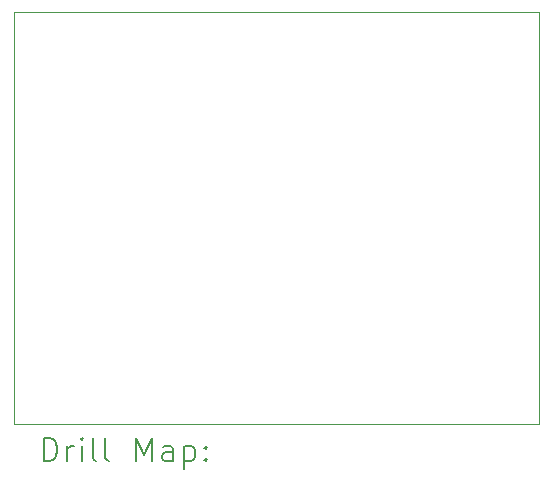
<source format=gbr>
%TF.GenerationSoftware,KiCad,Pcbnew,6.0.8-1.fc36*%
%TF.CreationDate,2022-10-16T22:19:36-05:00*%
%TF.ProjectId,Pomodoro,506f6d6f-646f-4726-9f2e-6b696361645f,rev?*%
%TF.SameCoordinates,Original*%
%TF.FileFunction,Drillmap*%
%TF.FilePolarity,Positive*%
%FSLAX45Y45*%
G04 Gerber Fmt 4.5, Leading zero omitted, Abs format (unit mm)*
G04 Created by KiCad (PCBNEW 6.0.8-1.fc36) date 2022-10-16 22:19:36*
%MOMM*%
%LPD*%
G01*
G04 APERTURE LIST*
%ADD10C,0.100000*%
%ADD11C,0.200000*%
G04 APERTURE END LIST*
D10*
X11430000Y-13398500D02*
X6985000Y-13398500D01*
X6985000Y-13398500D02*
X6985000Y-9906000D01*
X6985000Y-9906000D02*
X11430000Y-9906000D01*
X11430000Y-9906000D02*
X11430000Y-13398500D01*
D11*
X7237619Y-13713976D02*
X7237619Y-13513976D01*
X7285238Y-13513976D01*
X7313809Y-13523500D01*
X7332857Y-13542548D01*
X7342381Y-13561595D01*
X7351905Y-13599690D01*
X7351905Y-13628262D01*
X7342381Y-13666357D01*
X7332857Y-13685405D01*
X7313809Y-13704452D01*
X7285238Y-13713976D01*
X7237619Y-13713976D01*
X7437619Y-13713976D02*
X7437619Y-13580643D01*
X7437619Y-13618738D02*
X7447143Y-13599690D01*
X7456667Y-13590167D01*
X7475714Y-13580643D01*
X7494762Y-13580643D01*
X7561428Y-13713976D02*
X7561428Y-13580643D01*
X7561428Y-13513976D02*
X7551905Y-13523500D01*
X7561428Y-13533024D01*
X7570952Y-13523500D01*
X7561428Y-13513976D01*
X7561428Y-13533024D01*
X7685238Y-13713976D02*
X7666190Y-13704452D01*
X7656667Y-13685405D01*
X7656667Y-13513976D01*
X7790000Y-13713976D02*
X7770952Y-13704452D01*
X7761428Y-13685405D01*
X7761428Y-13513976D01*
X8018571Y-13713976D02*
X8018571Y-13513976D01*
X8085238Y-13656833D01*
X8151905Y-13513976D01*
X8151905Y-13713976D01*
X8332857Y-13713976D02*
X8332857Y-13609214D01*
X8323333Y-13590167D01*
X8304286Y-13580643D01*
X8266190Y-13580643D01*
X8247143Y-13590167D01*
X8332857Y-13704452D02*
X8313809Y-13713976D01*
X8266190Y-13713976D01*
X8247143Y-13704452D01*
X8237619Y-13685405D01*
X8237619Y-13666357D01*
X8247143Y-13647309D01*
X8266190Y-13637786D01*
X8313809Y-13637786D01*
X8332857Y-13628262D01*
X8428095Y-13580643D02*
X8428095Y-13780643D01*
X8428095Y-13590167D02*
X8447143Y-13580643D01*
X8485238Y-13580643D01*
X8504286Y-13590167D01*
X8513810Y-13599690D01*
X8523333Y-13618738D01*
X8523333Y-13675881D01*
X8513810Y-13694928D01*
X8504286Y-13704452D01*
X8485238Y-13713976D01*
X8447143Y-13713976D01*
X8428095Y-13704452D01*
X8609048Y-13694928D02*
X8618571Y-13704452D01*
X8609048Y-13713976D01*
X8599524Y-13704452D01*
X8609048Y-13694928D01*
X8609048Y-13713976D01*
X8609048Y-13590167D02*
X8618571Y-13599690D01*
X8609048Y-13609214D01*
X8599524Y-13599690D01*
X8609048Y-13590167D01*
X8609048Y-13609214D01*
M02*

</source>
